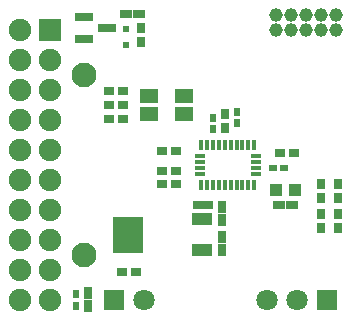
<source format=gts>
%FSLAX43Y43*%
%MOMM*%
G71*
G01*
G75*
G04 Layer_Color=8388736*
%ADD10R,0.650X0.500*%
%ADD11R,1.600X1.000*%
%ADD12R,2.500X3.000*%
%ADD13R,0.675X0.250*%
%ADD14R,0.250X0.675*%
%ADD15R,1.500X1.100*%
%ADD16R,0.400X0.400*%
%ADD17R,1.400X0.600*%
%ADD18R,0.650X0.800*%
%ADD19R,1.000X0.950*%
%ADD20R,0.600X0.900*%
%ADD21R,0.800X0.650*%
%ADD22R,0.500X0.650*%
%ADD23R,0.900X0.600*%
%ADD24C,0.254*%
%ADD25C,0.200*%
%ADD26C,0.300*%
%ADD27C,0.250*%
%ADD28C,1.700*%
%ADD29R,1.700X1.700*%
%ADD30C,1.800*%
%ADD31R,1.800X1.800*%
%ADD32C,1.050*%
%ADD33C,2.000*%
%ADD34C,0.600*%
%ADD35C,1.016*%
%ADD36C,1.600*%
G04:AMPARAMS|DCode=37|XSize=2.524mm|YSize=2.524mm|CornerRadius=0mm|HoleSize=0mm|Usage=FLASHONLY|Rotation=0.000|XOffset=0mm|YOffset=0mm|HoleType=Round|Shape=Relief|Width=0.254mm|Gap=0.254mm|Entries=4|*
%AMTHD37*
7,0,0,2.524,2.016,0.254,45*
%
%ADD37THD37*%
G04:AMPARAMS|DCode=38|XSize=1.45mm|YSize=1.45mm|CornerRadius=0mm|HoleSize=0mm|Usage=FLASHONLY|Rotation=0.000|XOffset=0mm|YOffset=0mm|HoleType=Round|Shape=Relief|Width=0.2mm|Gap=0.2mm|Entries=4|*
%AMTHD38*
7,0,0,1.450,1.050,0.200,45*
%
%ADD38THD38*%
%ADD39C,1.250*%
%ADD40C,2.600*%
%ADD41C,0.900*%
%ADD42C,0.800*%
%ADD43C,0.100*%
%ADD44C,0.150*%
%ADD45R,2.100X2.100*%
%ADD46R,1.800X0.700*%
%ADD47R,0.750X0.600*%
%ADD48R,1.700X1.100*%
%ADD49R,2.600X3.100*%
%ADD50R,0.825X0.400*%
%ADD51R,0.400X0.825*%
%ADD52R,1.600X1.200*%
%ADD53R,0.500X0.500*%
%ADD54R,1.500X0.700*%
%ADD55R,0.750X0.900*%
%ADD56R,1.100X1.050*%
%ADD57R,0.700X1.000*%
%ADD58R,0.900X0.750*%
%ADD59R,0.600X0.750*%
%ADD60R,1.000X0.700*%
%ADD61R,1.800X1.800*%
%ADD62C,1.900*%
%ADD63R,1.900X1.900*%
%ADD64C,1.150*%
%ADD65C,2.100*%
D30*
X23435Y3570D02*
D03*
X25975D02*
D03*
X13045Y3570D02*
D03*
D46*
X18050Y11575D02*
D03*
D47*
X18525Y11575D02*
D03*
X17575D02*
D03*
X24000Y14750D02*
D03*
X24950D02*
D03*
D48*
X17950Y10400D02*
D03*
Y7800D02*
D03*
D49*
X11700Y9100D02*
D03*
D50*
X22512Y14250D02*
D03*
Y14750D02*
D03*
Y15250D02*
D03*
Y15750D02*
D03*
X17787D02*
D03*
Y15250D02*
D03*
Y14750D02*
D03*
Y14250D02*
D03*
D51*
X22400Y16663D02*
D03*
X21900D02*
D03*
X21400D02*
D03*
X20900D02*
D03*
X20400D02*
D03*
X19900D02*
D03*
X19400D02*
D03*
X18900D02*
D03*
X18400D02*
D03*
X17900D02*
D03*
Y13337D02*
D03*
X18400D02*
D03*
X18900D02*
D03*
X19400D02*
D03*
X19900D02*
D03*
X20400D02*
D03*
X20900D02*
D03*
X21400D02*
D03*
X21900D02*
D03*
X22400D02*
D03*
D52*
X13475Y19350D02*
D03*
X16475D02*
D03*
Y20850D02*
D03*
X13475D02*
D03*
D53*
X11575Y26525D02*
D03*
Y25125D02*
D03*
D54*
X8000Y27550D02*
D03*
Y25650D02*
D03*
X9900Y26600D02*
D03*
D55*
X19900Y18150D02*
D03*
Y19350D02*
D03*
X28050Y10875D02*
D03*
Y9675D02*
D03*
Y12175D02*
D03*
Y13375D02*
D03*
X29515Y10875D02*
D03*
Y9675D02*
D03*
Y12175D02*
D03*
Y13375D02*
D03*
X12850Y26600D02*
D03*
Y25400D02*
D03*
D56*
X24250Y12900D02*
D03*
X25850D02*
D03*
D57*
X19700Y10300D02*
D03*
Y11400D02*
D03*
X8325Y4120D02*
D03*
Y3020D02*
D03*
X19700Y8900D02*
D03*
Y7800D02*
D03*
D58*
X12375Y5925D02*
D03*
X11175D02*
D03*
X14600Y13350D02*
D03*
X15800D02*
D03*
X14600Y14500D02*
D03*
X15800D02*
D03*
X10075Y20075D02*
D03*
X11275D02*
D03*
X10075Y21225D02*
D03*
X11275D02*
D03*
X10075Y18925D02*
D03*
X11275D02*
D03*
X25800Y16000D02*
D03*
X24600D02*
D03*
X15800Y16150D02*
D03*
X14600D02*
D03*
D59*
X18875Y18975D02*
D03*
Y18025D02*
D03*
X20925Y18525D02*
D03*
Y19475D02*
D03*
X7325Y4045D02*
D03*
Y3095D02*
D03*
D60*
X24500Y11600D02*
D03*
X25600D02*
D03*
X11575Y27800D02*
D03*
X12675D02*
D03*
D61*
X28515Y3570D02*
D03*
X10505Y3570D02*
D03*
D62*
X2530Y26430D02*
D03*
X5070Y21350D02*
D03*
X2530D02*
D03*
Y23890D02*
D03*
X5070D02*
D03*
X2530Y3570D02*
D03*
Y6110D02*
D03*
X5070D02*
D03*
X2530Y13730D02*
D03*
X5070Y11190D02*
D03*
X2530D02*
D03*
Y8650D02*
D03*
X5070Y13730D02*
D03*
Y8650D02*
D03*
Y16270D02*
D03*
X2530Y18810D02*
D03*
X5070D02*
D03*
X2530Y16270D02*
D03*
X5070Y3570D02*
D03*
D63*
Y26430D02*
D03*
D64*
X24260Y27735D02*
D03*
Y26465D02*
D03*
X29340D02*
D03*
X28070D02*
D03*
X26800D02*
D03*
X25530D02*
D03*
Y27735D02*
D03*
X26800D02*
D03*
X28070D02*
D03*
X29340D02*
D03*
D65*
X8000Y7380D02*
D03*
Y22620D02*
D03*
M02*

</source>
